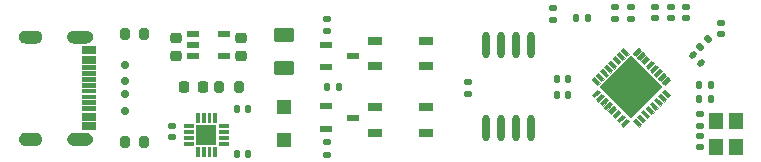
<source format=gtp>
%TF.GenerationSoftware,KiCad,Pcbnew,8.0.6*%
%TF.CreationDate,2024-11-23T01:57:25+08:00*%
%TF.ProjectId,UINIO-MCU-ESP32C3,55494e49-4f2d-44d4-9355-2d4553503332,Version 5.0.0*%
%TF.SameCoordinates,PX7367750PY5b66700*%
%TF.FileFunction,Paste,Top*%
%TF.FilePolarity,Positive*%
%FSLAX46Y46*%
G04 Gerber Fmt 4.6, Leading zero omitted, Abs format (unit mm)*
G04 Created by KiCad (PCBNEW 8.0.6) date 2024-11-23 01:57:25*
%MOMM*%
%LPD*%
G01*
G04 APERTURE LIST*
G04 Aperture macros list*
%AMRoundRect*
0 Rectangle with rounded corners*
0 $1 Rounding radius*
0 $2 $3 $4 $5 $6 $7 $8 $9 X,Y pos of 4 corners*
0 Add a 4 corners polygon primitive as box body*
4,1,4,$2,$3,$4,$5,$6,$7,$8,$9,$2,$3,0*
0 Add four circle primitives for the rounded corners*
1,1,$1+$1,$2,$3*
1,1,$1+$1,$4,$5*
1,1,$1+$1,$6,$7*
1,1,$1+$1,$8,$9*
0 Add four rect primitives between the rounded corners*
20,1,$1+$1,$2,$3,$4,$5,0*
20,1,$1+$1,$4,$5,$6,$7,0*
20,1,$1+$1,$6,$7,$8,$9,0*
20,1,$1+$1,$8,$9,$2,$3,0*%
%AMRotRect*
0 Rectangle, with rotation*
0 The origin of the aperture is its center*
0 $1 length*
0 $2 width*
0 $3 Rotation angle, in degrees counterclockwise*
0 Add horizontal line*
21,1,$1,$2,0,0,$3*%
G04 Aperture macros list end*
%ADD10C,0.120000*%
%ADD11R,1.070000X0.532000*%
%ADD12RoundRect,0.200000X-0.200000X-0.275000X0.200000X-0.275000X0.200000X0.275000X-0.200000X0.275000X0*%
%ADD13RoundRect,0.147500X0.017678X-0.226274X0.226274X-0.017678X-0.017678X0.226274X-0.226274X0.017678X0*%
%ADD14RotRect,0.650000X0.280000X225.000000*%
%ADD15RotRect,0.280000X0.650000X225.000000*%
%ADD16RotRect,3.800000X3.800000X225.000000*%
%ADD17RoundRect,0.135000X-0.185000X0.135000X-0.185000X-0.135000X0.185000X-0.135000X0.185000X0.135000X0*%
%ADD18RoundRect,0.140000X-0.219203X-0.021213X-0.021213X-0.219203X0.219203X0.021213X0.021213X0.219203X0*%
%ADD19RoundRect,0.150000X0.200000X-0.150000X0.200000X0.150000X-0.200000X0.150000X-0.200000X-0.150000X0*%
%ADD20R,1.200000X1.200000*%
%ADD21RoundRect,0.135000X0.135000X0.185000X-0.135000X0.185000X-0.135000X-0.185000X0.135000X-0.185000X0*%
%ADD22RoundRect,0.140000X0.170000X-0.140000X0.170000X0.140000X-0.170000X0.140000X-0.170000X-0.140000X0*%
%ADD23R,1.200000X0.650000*%
%ADD24RoundRect,0.140000X-0.140000X-0.170000X0.140000X-0.170000X0.140000X0.170000X-0.140000X0.170000X0*%
%ADD25R,1.200000X1.400000*%
%ADD26RoundRect,0.140000X0.140000X0.170000X-0.140000X0.170000X-0.140000X-0.170000X0.140000X-0.170000X0*%
%ADD27RoundRect,0.250000X0.625000X-0.375000X0.625000X0.375000X-0.625000X0.375000X-0.625000X-0.375000X0*%
%ADD28RoundRect,0.140000X-0.170000X0.140000X-0.170000X-0.140000X0.170000X-0.140000X0.170000X0.140000X0*%
%ADD29RoundRect,0.135000X0.185000X-0.135000X0.185000X0.135000X-0.185000X0.135000X-0.185000X-0.135000X0*%
%ADD30RoundRect,0.150000X-0.200000X0.150000X-0.200000X-0.150000X0.200000X-0.150000X0.200000X0.150000X0*%
%ADD31RoundRect,0.225000X0.250000X-0.225000X0.250000X0.225000X-0.250000X0.225000X-0.250000X-0.225000X0*%
%ADD32R,1.150000X0.600000*%
%ADD33R,1.150000X0.300000*%
%ADD34RoundRect,0.218750X-0.218750X-0.256250X0.218750X-0.256250X0.218750X0.256250X-0.218750X0.256250X0*%
%ADD35R,1.000000X0.600000*%
%ADD36R,0.750000X0.250000*%
%ADD37R,0.250000X0.750000*%
%ADD38R,1.700000X1.700000*%
%ADD39RoundRect,0.225000X-0.250000X0.225000X-0.250000X-0.225000X0.250000X-0.225000X0.250000X0.225000X0*%
%ADD40O,0.630000X2.250000*%
G04 APERTURE END LIST*
D10*
%TO.C,U3*%
X46727927Y-12291522D02*
X46529937Y-12489512D01*
X46070318Y-12029893D01*
X46268308Y-11831903D01*
X46727927Y-12291522D01*
G36*
X46727927Y-12291522D02*
G01*
X46529937Y-12489512D01*
X46070318Y-12029893D01*
X46268308Y-11831903D01*
X46727927Y-12291522D01*
G37*
X46727927Y-13058026D02*
X46268308Y-13517645D01*
X46070318Y-13319655D01*
X46529937Y-12860036D01*
X46727927Y-13058026D01*
G36*
X46727927Y-13058026D02*
G01*
X46268308Y-13517645D01*
X46070318Y-13319655D01*
X46529937Y-12860036D01*
X46727927Y-13058026D01*
G37*
X47081481Y-11937969D02*
X46883491Y-12135959D01*
X46423871Y-11676339D01*
X46621861Y-11478349D01*
X47081481Y-11937969D01*
G36*
X47081481Y-11937969D02*
G01*
X46883491Y-12135959D01*
X46423871Y-11676339D01*
X46621861Y-11478349D01*
X47081481Y-11937969D01*
G37*
X47081481Y-13411579D02*
X46621861Y-13871199D01*
X46423871Y-13673209D01*
X46883491Y-13213589D01*
X47081481Y-13411579D01*
G36*
X47081481Y-13411579D02*
G01*
X46621861Y-13871199D01*
X46423871Y-13673209D01*
X46883491Y-13213589D01*
X47081481Y-13411579D01*
G37*
X47435034Y-11584415D02*
X47237044Y-11782405D01*
X46777425Y-11322786D01*
X46975415Y-11124796D01*
X47435034Y-11584415D01*
G36*
X47435034Y-11584415D02*
G01*
X47237044Y-11782405D01*
X46777425Y-11322786D01*
X46975415Y-11124796D01*
X47435034Y-11584415D01*
G37*
X47435034Y-13765133D02*
X46975415Y-14224752D01*
X46777425Y-14026762D01*
X47237044Y-13567143D01*
X47435034Y-13765133D01*
G36*
X47435034Y-13765133D02*
G01*
X46975415Y-14224752D01*
X46777425Y-14026762D01*
X47237044Y-13567143D01*
X47435034Y-13765133D01*
G37*
X47788587Y-11230862D02*
X47590598Y-11428852D01*
X47130978Y-10969232D01*
X47328968Y-10771243D01*
X47788587Y-11230862D01*
G36*
X47788587Y-11230862D02*
G01*
X47590598Y-11428852D01*
X47130978Y-10969232D01*
X47328968Y-10771243D01*
X47788587Y-11230862D01*
G37*
X47788587Y-14118686D02*
X47328968Y-14578305D01*
X47130978Y-14380316D01*
X47590598Y-13920696D01*
X47788587Y-14118686D01*
G36*
X47788587Y-14118686D02*
G01*
X47328968Y-14578305D01*
X47130978Y-14380316D01*
X47590598Y-13920696D01*
X47788587Y-14118686D01*
G37*
X48142141Y-10877309D02*
X47944151Y-11075298D01*
X47484532Y-10615679D01*
X47682521Y-10417689D01*
X48142141Y-10877309D01*
G36*
X48142141Y-10877309D02*
G01*
X47944151Y-11075298D01*
X47484532Y-10615679D01*
X47682521Y-10417689D01*
X48142141Y-10877309D01*
G37*
X48142141Y-14472239D02*
X47682521Y-14931859D01*
X47484532Y-14733869D01*
X47944151Y-14274250D01*
X48142141Y-14472239D01*
G36*
X48142141Y-14472239D02*
G01*
X47682521Y-14931859D01*
X47484532Y-14733869D01*
X47944151Y-14274250D01*
X48142141Y-14472239D01*
G37*
X48495694Y-10523755D02*
X48297704Y-10721745D01*
X47838085Y-10262126D01*
X48036075Y-10064136D01*
X48495694Y-10523755D01*
G36*
X48495694Y-10523755D02*
G01*
X48297704Y-10721745D01*
X47838085Y-10262126D01*
X48036075Y-10064136D01*
X48495694Y-10523755D01*
G37*
X48495694Y-14825793D02*
X48036075Y-15285412D01*
X47838085Y-15087422D01*
X48297704Y-14627803D01*
X48495694Y-14825793D01*
G36*
X48495694Y-14825793D02*
G01*
X48036075Y-15285412D01*
X47838085Y-15087422D01*
X48297704Y-14627803D01*
X48495694Y-14825793D01*
G37*
X48849248Y-10170202D02*
X48651258Y-10368192D01*
X48191638Y-9908572D01*
X48389628Y-9710582D01*
X48849248Y-10170202D01*
G36*
X48849248Y-10170202D02*
G01*
X48651258Y-10368192D01*
X48191638Y-9908572D01*
X48389628Y-9710582D01*
X48849248Y-10170202D01*
G37*
X48849248Y-15179346D02*
X48389628Y-15638966D01*
X48191638Y-15440976D01*
X48651258Y-14981356D01*
X48849248Y-15179346D01*
G36*
X48849248Y-15179346D02*
G01*
X48389628Y-15638966D01*
X48191638Y-15440976D01*
X48651258Y-14981356D01*
X48849248Y-15179346D01*
G37*
X49202801Y-9816648D02*
X49004811Y-10014638D01*
X48545192Y-9555019D01*
X48743182Y-9357029D01*
X49202801Y-9816648D01*
G36*
X49202801Y-9816648D02*
G01*
X49004811Y-10014638D01*
X48545192Y-9555019D01*
X48743182Y-9357029D01*
X49202801Y-9816648D01*
G37*
X49202801Y-15532900D02*
X48743182Y-15992519D01*
X48545192Y-15794529D01*
X49004811Y-15334910D01*
X49202801Y-15532900D01*
G36*
X49202801Y-15532900D02*
G01*
X48743182Y-15992519D01*
X48545192Y-15794529D01*
X49004811Y-15334910D01*
X49202801Y-15532900D01*
G37*
X50230934Y-9555019D02*
X49771315Y-10014638D01*
X49573325Y-9816648D01*
X50032944Y-9357029D01*
X50230934Y-9555019D01*
G36*
X50230934Y-9555019D02*
G01*
X49771315Y-10014638D01*
X49573325Y-9816648D01*
X50032944Y-9357029D01*
X50230934Y-9555019D01*
G37*
X50230934Y-15794529D02*
X50032944Y-15992519D01*
X49573325Y-15532900D01*
X49771315Y-15334910D01*
X50230934Y-15794529D01*
G36*
X50230934Y-15794529D02*
G01*
X50032944Y-15992519D01*
X49573325Y-15532900D01*
X49771315Y-15334910D01*
X50230934Y-15794529D01*
G37*
X50584488Y-9908572D02*
X50124868Y-10368192D01*
X49926878Y-10170202D01*
X50386498Y-9710582D01*
X50584488Y-9908572D01*
G36*
X50584488Y-9908572D02*
G01*
X50124868Y-10368192D01*
X49926878Y-10170202D01*
X50386498Y-9710582D01*
X50584488Y-9908572D01*
G37*
X50584488Y-15440976D02*
X50386498Y-15638966D01*
X49926878Y-15179346D01*
X50124868Y-14981356D01*
X50584488Y-15440976D01*
G36*
X50584488Y-15440976D02*
G01*
X50386498Y-15638966D01*
X49926878Y-15179346D01*
X50124868Y-14981356D01*
X50584488Y-15440976D01*
G37*
X50938041Y-10262126D02*
X50478422Y-10721745D01*
X50280432Y-10523755D01*
X50740051Y-10064136D01*
X50938041Y-10262126D01*
G36*
X50938041Y-10262126D02*
G01*
X50478422Y-10721745D01*
X50280432Y-10523755D01*
X50740051Y-10064136D01*
X50938041Y-10262126D01*
G37*
X50938041Y-15087422D02*
X50740051Y-15285412D01*
X50280432Y-14825793D01*
X50478422Y-14627803D01*
X50938041Y-15087422D01*
G36*
X50938041Y-15087422D02*
G01*
X50740051Y-15285412D01*
X50280432Y-14825793D01*
X50478422Y-14627803D01*
X50938041Y-15087422D01*
G37*
X51291594Y-10615679D02*
X50831975Y-11075298D01*
X50633985Y-10877309D01*
X51093605Y-10417689D01*
X51291594Y-10615679D01*
G36*
X51291594Y-10615679D02*
G01*
X50831975Y-11075298D01*
X50633985Y-10877309D01*
X51093605Y-10417689D01*
X51291594Y-10615679D01*
G37*
X51291594Y-14733869D02*
X51093605Y-14931859D01*
X50633985Y-14472239D01*
X50831975Y-14274250D01*
X51291594Y-14733869D01*
G36*
X51291594Y-14733869D02*
G01*
X51093605Y-14931859D01*
X50633985Y-14472239D01*
X50831975Y-14274250D01*
X51291594Y-14733869D01*
G37*
X51537668Y-12674774D02*
X49388063Y-14824379D01*
X47238458Y-12674774D01*
X49388063Y-10525169D01*
X51537668Y-12674774D01*
G36*
X51537668Y-12674774D02*
G01*
X49388063Y-14824379D01*
X47238458Y-12674774D01*
X49388063Y-10525169D01*
X51537668Y-12674774D01*
G37*
X51645148Y-10969232D02*
X51185528Y-11428852D01*
X50987539Y-11230862D01*
X51447158Y-10771243D01*
X51645148Y-10969232D01*
G36*
X51645148Y-10969232D02*
G01*
X51185528Y-11428852D01*
X50987539Y-11230862D01*
X51447158Y-10771243D01*
X51645148Y-10969232D01*
G37*
X51645148Y-14380316D02*
X51447158Y-14578305D01*
X50987539Y-14118686D01*
X51185528Y-13920696D01*
X51645148Y-14380316D01*
G36*
X51645148Y-14380316D02*
G01*
X51447158Y-14578305D01*
X50987539Y-14118686D01*
X51185528Y-13920696D01*
X51645148Y-14380316D01*
G37*
X51998701Y-11322786D02*
X51539082Y-11782405D01*
X51341092Y-11584415D01*
X51800711Y-11124796D01*
X51998701Y-11322786D01*
G36*
X51998701Y-11322786D02*
G01*
X51539082Y-11782405D01*
X51341092Y-11584415D01*
X51800711Y-11124796D01*
X51998701Y-11322786D01*
G37*
X51998701Y-14026762D02*
X51800711Y-14224752D01*
X51341092Y-13765133D01*
X51539082Y-13567143D01*
X51998701Y-14026762D01*
G36*
X51998701Y-14026762D02*
G01*
X51800711Y-14224752D01*
X51341092Y-13765133D01*
X51539082Y-13567143D01*
X51998701Y-14026762D01*
G37*
X52352255Y-11676339D02*
X51892635Y-12135959D01*
X51694645Y-11937969D01*
X52154265Y-11478349D01*
X52352255Y-11676339D01*
G36*
X52352255Y-11676339D02*
G01*
X51892635Y-12135959D01*
X51694645Y-11937969D01*
X52154265Y-11478349D01*
X52352255Y-11676339D01*
G37*
X52352255Y-13673209D02*
X52154265Y-13871199D01*
X51694645Y-13411579D01*
X51892635Y-13213589D01*
X52352255Y-13673209D01*
G36*
X52352255Y-13673209D02*
G01*
X52154265Y-13871199D01*
X51694645Y-13411579D01*
X51892635Y-13213589D01*
X52352255Y-13673209D01*
G37*
X52705808Y-12029893D02*
X52246189Y-12489512D01*
X52048199Y-12291522D01*
X52507818Y-11831903D01*
X52705808Y-12029893D01*
G36*
X52705808Y-12029893D02*
G01*
X52246189Y-12489512D01*
X52048199Y-12291522D01*
X52507818Y-11831903D01*
X52705808Y-12029893D01*
G37*
X52705808Y-13319655D02*
X52507818Y-13517645D01*
X52048199Y-13058026D01*
X52246189Y-12860036D01*
X52705808Y-13319655D01*
G36*
X52705808Y-13319655D02*
G01*
X52507818Y-13517645D01*
X52048199Y-13058026D01*
X52246189Y-12860036D01*
X52705808Y-13319655D01*
G37*
%TO.C,USB1*%
X4044000Y-9800000D02*
X2894000Y-9800000D01*
X2894000Y-9200000D01*
X4044000Y-9200000D01*
X4044000Y-9800000D01*
G36*
X4044000Y-9800000D02*
G01*
X2894000Y-9800000D01*
X2894000Y-9200000D01*
X4044000Y-9200000D01*
X4044000Y-9800000D01*
G37*
X4044000Y-10600000D02*
X2894000Y-10600000D01*
X2894000Y-10000000D01*
X4044000Y-10000000D01*
X4044000Y-10600000D01*
G36*
X4044000Y-10600000D02*
G01*
X2894000Y-10600000D01*
X2894000Y-10000000D01*
X4044000Y-10000000D01*
X4044000Y-10600000D01*
G37*
X4044000Y-11100000D02*
X2894000Y-11100000D01*
X2894000Y-10800000D01*
X4044000Y-10800000D01*
X4044000Y-11100000D01*
G36*
X4044000Y-11100000D02*
G01*
X2894000Y-11100000D01*
X2894000Y-10800000D01*
X4044000Y-10800000D01*
X4044000Y-11100000D01*
G37*
X4044000Y-11600000D02*
X2894000Y-11600000D01*
X2894000Y-11300000D01*
X4044000Y-11300000D01*
X4044000Y-11600000D01*
G36*
X4044000Y-11600000D02*
G01*
X2894000Y-11600000D01*
X2894000Y-11300000D01*
X4044000Y-11300000D01*
X4044000Y-11600000D01*
G37*
X4044000Y-12100000D02*
X2894000Y-12100000D01*
X2894000Y-11800000D01*
X4044000Y-11800000D01*
X4044000Y-12100000D01*
G36*
X4044000Y-12100000D02*
G01*
X2894000Y-12100000D01*
X2894000Y-11800000D01*
X4044000Y-11800000D01*
X4044000Y-12100000D01*
G37*
X4044000Y-12600000D02*
X2894000Y-12600000D01*
X2894000Y-12300000D01*
X4044000Y-12300000D01*
X4044000Y-12600000D01*
G36*
X4044000Y-12600000D02*
G01*
X2894000Y-12600000D01*
X2894000Y-12300000D01*
X4044000Y-12300000D01*
X4044000Y-12600000D01*
G37*
X4044000Y-13100000D02*
X2894000Y-13100000D01*
X2894000Y-12800000D01*
X4044000Y-12800000D01*
X4044000Y-13100000D01*
G36*
X4044000Y-13100000D02*
G01*
X2894000Y-13100000D01*
X2894000Y-12800000D01*
X4044000Y-12800000D01*
X4044000Y-13100000D01*
G37*
X4044000Y-13600000D02*
X2894000Y-13600000D01*
X2894000Y-13300000D01*
X4044000Y-13300000D01*
X4044000Y-13600000D01*
G36*
X4044000Y-13600000D02*
G01*
X2894000Y-13600000D01*
X2894000Y-13300000D01*
X4044000Y-13300000D01*
X4044000Y-13600000D01*
G37*
X4044000Y-14100000D02*
X2894000Y-14100000D01*
X2894000Y-13800000D01*
X4044000Y-13800000D01*
X4044000Y-14100000D01*
G36*
X4044000Y-14100000D02*
G01*
X2894000Y-14100000D01*
X2894000Y-13800000D01*
X4044000Y-13800000D01*
X4044000Y-14100000D01*
G37*
X4044000Y-14600000D02*
X2894000Y-14600000D01*
X2894000Y-14300000D01*
X4044000Y-14300000D01*
X4044000Y-14600000D01*
G36*
X4044000Y-14600000D02*
G01*
X2894000Y-14600000D01*
X2894000Y-14300000D01*
X4044000Y-14300000D01*
X4044000Y-14600000D01*
G37*
X4044000Y-15400000D02*
X2894000Y-15400000D01*
X2894000Y-14800000D01*
X4044000Y-14800000D01*
X4044000Y-15400000D01*
G36*
X4044000Y-15400000D02*
G01*
X2894000Y-15400000D01*
X2894000Y-14800000D01*
X4044000Y-14800000D01*
X4044000Y-15400000D01*
G37*
X4044000Y-16200000D02*
X2894000Y-16200000D01*
X2894000Y-15600000D01*
X4044000Y-15600000D01*
X4044000Y-16200000D01*
G36*
X4044000Y-16200000D02*
G01*
X2894000Y-16200000D01*
X2894000Y-15600000D01*
X4044000Y-15600000D01*
X4044000Y-16200000D01*
G37*
X-946000Y-7885000D02*
X-852000Y-7913000D01*
X-766000Y-7959000D01*
X-690000Y-8021000D01*
X-628000Y-8097000D01*
X-581000Y-8184000D01*
X-553000Y-8277000D01*
X-543000Y-8375000D01*
X-553000Y-8473000D01*
X-581000Y-8566000D01*
X-628000Y-8653000D01*
X-690000Y-8729000D01*
X-766000Y-8791000D01*
X-852000Y-8837000D01*
X-946000Y-8865000D01*
X-1043000Y-8875000D01*
X-1943000Y-8875000D01*
X-2041000Y-8865000D01*
X-2135000Y-8837000D01*
X-2221000Y-8791000D01*
X-2297000Y-8729000D01*
X-2359000Y-8653000D01*
X-2405000Y-8566000D01*
X-2434000Y-8473000D01*
X-2443000Y-8375000D01*
X-2434000Y-8277000D01*
X-2405000Y-8184000D01*
X-2359000Y-8097000D01*
X-2297000Y-8021000D01*
X-2221000Y-7959000D01*
X-2135000Y-7913000D01*
X-2041000Y-7885000D01*
X-1943000Y-7875000D01*
X-1043000Y-7875000D01*
X-946000Y-7885000D01*
G36*
X-946000Y-7885000D02*
G01*
X-852000Y-7913000D01*
X-766000Y-7959000D01*
X-690000Y-8021000D01*
X-628000Y-8097000D01*
X-581000Y-8184000D01*
X-553000Y-8277000D01*
X-543000Y-8375000D01*
X-553000Y-8473000D01*
X-581000Y-8566000D01*
X-628000Y-8653000D01*
X-690000Y-8729000D01*
X-766000Y-8791000D01*
X-852000Y-8837000D01*
X-946000Y-8865000D01*
X-1043000Y-8875000D01*
X-1943000Y-8875000D01*
X-2041000Y-8865000D01*
X-2135000Y-8837000D01*
X-2221000Y-8791000D01*
X-2297000Y-8729000D01*
X-2359000Y-8653000D01*
X-2405000Y-8566000D01*
X-2434000Y-8473000D01*
X-2443000Y-8375000D01*
X-2434000Y-8277000D01*
X-2405000Y-8184000D01*
X-2359000Y-8097000D01*
X-2297000Y-8021000D01*
X-2221000Y-7959000D01*
X-2135000Y-7913000D01*
X-2041000Y-7885000D01*
X-1943000Y-7875000D01*
X-1043000Y-7875000D01*
X-946000Y-7885000D01*
G37*
X-946000Y-16535000D02*
X-852000Y-16563000D01*
X-766000Y-16609000D01*
X-690000Y-16671000D01*
X-628000Y-16747000D01*
X-581000Y-16834000D01*
X-553000Y-16927000D01*
X-543000Y-17025000D01*
X-553000Y-17123000D01*
X-581000Y-17216000D01*
X-628000Y-17303000D01*
X-690000Y-17379000D01*
X-766000Y-17441000D01*
X-852000Y-17487000D01*
X-946000Y-17515000D01*
X-1043000Y-17525000D01*
X-1943000Y-17525000D01*
X-2041000Y-17515000D01*
X-2135000Y-17487000D01*
X-2221000Y-17441000D01*
X-2297000Y-17379000D01*
X-2359000Y-17303000D01*
X-2405000Y-17216000D01*
X-2434000Y-17123000D01*
X-2443000Y-17025000D01*
X-2434000Y-16927000D01*
X-2405000Y-16834000D01*
X-2359000Y-16747000D01*
X-2297000Y-16671000D01*
X-2221000Y-16609000D01*
X-2135000Y-16563000D01*
X-2041000Y-16535000D01*
X-1943000Y-16525000D01*
X-1043000Y-16525000D01*
X-946000Y-16535000D01*
G36*
X-946000Y-16535000D02*
G01*
X-852000Y-16563000D01*
X-766000Y-16609000D01*
X-690000Y-16671000D01*
X-628000Y-16747000D01*
X-581000Y-16834000D01*
X-553000Y-16927000D01*
X-543000Y-17025000D01*
X-553000Y-17123000D01*
X-581000Y-17216000D01*
X-628000Y-17303000D01*
X-690000Y-17379000D01*
X-766000Y-17441000D01*
X-852000Y-17487000D01*
X-946000Y-17515000D01*
X-1043000Y-17525000D01*
X-1943000Y-17525000D01*
X-2041000Y-17515000D01*
X-2135000Y-17487000D01*
X-2221000Y-17441000D01*
X-2297000Y-17379000D01*
X-2359000Y-17303000D01*
X-2405000Y-17216000D01*
X-2434000Y-17123000D01*
X-2443000Y-17025000D01*
X-2434000Y-16927000D01*
X-2405000Y-16834000D01*
X-2359000Y-16747000D01*
X-2297000Y-16671000D01*
X-2221000Y-16609000D01*
X-2135000Y-16563000D01*
X-2041000Y-16535000D01*
X-1943000Y-16525000D01*
X-1043000Y-16525000D01*
X-946000Y-16535000D01*
G37*
X3354000Y-7885000D02*
X3448000Y-7913000D01*
X3534000Y-7959000D01*
X3610000Y-8021000D01*
X3672000Y-8097000D01*
X3719000Y-8184000D01*
X3747000Y-8277000D01*
X3757000Y-8375000D01*
X3747000Y-8473000D01*
X3719000Y-8566000D01*
X3672000Y-8653000D01*
X3610000Y-8729000D01*
X3534000Y-8791000D01*
X3448000Y-8837000D01*
X3354000Y-8865000D01*
X3257000Y-8875000D01*
X2157000Y-8875000D01*
X2059000Y-8865000D01*
X1965000Y-8837000D01*
X1879000Y-8791000D01*
X1803000Y-8729000D01*
X1741000Y-8653000D01*
X1695000Y-8566000D01*
X1666000Y-8473000D01*
X1657000Y-8375000D01*
X1666000Y-8277000D01*
X1695000Y-8184000D01*
X1741000Y-8097000D01*
X1803000Y-8021000D01*
X1879000Y-7959000D01*
X1965000Y-7913000D01*
X2059000Y-7885000D01*
X2157000Y-7875000D01*
X3257000Y-7875000D01*
X3354000Y-7885000D01*
G36*
X3354000Y-7885000D02*
G01*
X3448000Y-7913000D01*
X3534000Y-7959000D01*
X3610000Y-8021000D01*
X3672000Y-8097000D01*
X3719000Y-8184000D01*
X3747000Y-8277000D01*
X3757000Y-8375000D01*
X3747000Y-8473000D01*
X3719000Y-8566000D01*
X3672000Y-8653000D01*
X3610000Y-8729000D01*
X3534000Y-8791000D01*
X3448000Y-8837000D01*
X3354000Y-8865000D01*
X3257000Y-8875000D01*
X2157000Y-8875000D01*
X2059000Y-8865000D01*
X1965000Y-8837000D01*
X1879000Y-8791000D01*
X1803000Y-8729000D01*
X1741000Y-8653000D01*
X1695000Y-8566000D01*
X1666000Y-8473000D01*
X1657000Y-8375000D01*
X1666000Y-8277000D01*
X1695000Y-8184000D01*
X1741000Y-8097000D01*
X1803000Y-8021000D01*
X1879000Y-7959000D01*
X1965000Y-7913000D01*
X2059000Y-7885000D01*
X2157000Y-7875000D01*
X3257000Y-7875000D01*
X3354000Y-7885000D01*
G37*
X3354000Y-16535000D02*
X3448000Y-16563000D01*
X3534000Y-16609000D01*
X3610000Y-16671000D01*
X3672000Y-16747000D01*
X3719000Y-16834000D01*
X3747000Y-16927000D01*
X3757000Y-17025000D01*
X3747000Y-17123000D01*
X3719000Y-17216000D01*
X3672000Y-17303000D01*
X3610000Y-17379000D01*
X3534000Y-17441000D01*
X3448000Y-17487000D01*
X3354000Y-17515000D01*
X3257000Y-17525000D01*
X2157000Y-17525000D01*
X2059000Y-17515000D01*
X1965000Y-17487000D01*
X1879000Y-17441000D01*
X1803000Y-17379000D01*
X1741000Y-17303000D01*
X1695000Y-17216000D01*
X1666000Y-17123000D01*
X1657000Y-17025000D01*
X1666000Y-16927000D01*
X1695000Y-16834000D01*
X1741000Y-16747000D01*
X1803000Y-16671000D01*
X1879000Y-16609000D01*
X1965000Y-16563000D01*
X2059000Y-16535000D01*
X2157000Y-16525000D01*
X3257000Y-16525000D01*
X3354000Y-16535000D01*
G36*
X3354000Y-16535000D02*
G01*
X3448000Y-16563000D01*
X3534000Y-16609000D01*
X3610000Y-16671000D01*
X3672000Y-16747000D01*
X3719000Y-16834000D01*
X3747000Y-16927000D01*
X3757000Y-17025000D01*
X3747000Y-17123000D01*
X3719000Y-17216000D01*
X3672000Y-17303000D01*
X3610000Y-17379000D01*
X3534000Y-17441000D01*
X3448000Y-17487000D01*
X3354000Y-17515000D01*
X3257000Y-17525000D01*
X2157000Y-17525000D01*
X2059000Y-17515000D01*
X1965000Y-17487000D01*
X1879000Y-17441000D01*
X1803000Y-17379000D01*
X1741000Y-17303000D01*
X1695000Y-17216000D01*
X1666000Y-17123000D01*
X1657000Y-17025000D01*
X1666000Y-16927000D01*
X1695000Y-16834000D01*
X1741000Y-16747000D01*
X1803000Y-16671000D01*
X1879000Y-16609000D01*
X1965000Y-16563000D01*
X2059000Y-16535000D01*
X2157000Y-16525000D01*
X3257000Y-16525000D01*
X3354000Y-16535000D01*
G37*
%TO.C,U4*%
X12330000Y-16054000D02*
X11580000Y-16054000D01*
X11580000Y-15804000D01*
X12330000Y-15804000D01*
X12330000Y-16054000D01*
G36*
X12330000Y-16054000D02*
G01*
X11580000Y-16054000D01*
X11580000Y-15804000D01*
X12330000Y-15804000D01*
X12330000Y-16054000D01*
G37*
X12330000Y-16554000D02*
X11580000Y-16554000D01*
X11580000Y-16304000D01*
X12330000Y-16304000D01*
X12330000Y-16554000D01*
G36*
X12330000Y-16554000D02*
G01*
X11580000Y-16554000D01*
X11580000Y-16304000D01*
X12330000Y-16304000D01*
X12330000Y-16554000D01*
G37*
X12330000Y-17054000D02*
X11580000Y-17054000D01*
X11580000Y-16804000D01*
X12330000Y-16804000D01*
X12330000Y-17054000D01*
G36*
X12330000Y-17054000D02*
G01*
X11580000Y-17054000D01*
X11580000Y-16804000D01*
X12330000Y-16804000D01*
X12330000Y-17054000D01*
G37*
X12330000Y-17554000D02*
X11580000Y-17554000D01*
X11580000Y-17304000D01*
X12330000Y-17304000D01*
X12330000Y-17554000D01*
G36*
X12330000Y-17554000D02*
G01*
X11580000Y-17554000D01*
X11580000Y-17304000D01*
X12330000Y-17304000D01*
X12330000Y-17554000D01*
G37*
X14085000Y-17360000D02*
X12725000Y-17360000D01*
X12725000Y-16000000D01*
X14085000Y-16000000D01*
X14085000Y-17360000D01*
G36*
X14085000Y-17360000D02*
G01*
X12725000Y-17360000D01*
X12725000Y-16000000D01*
X14085000Y-16000000D01*
X14085000Y-17360000D01*
G37*
X12780000Y-15605000D02*
X12530000Y-15605000D01*
X12530000Y-14855000D01*
X12780000Y-14855000D01*
X12780000Y-15605000D01*
G36*
X12780000Y-15605000D02*
G01*
X12530000Y-15605000D01*
X12530000Y-14855000D01*
X12780000Y-14855000D01*
X12780000Y-15605000D01*
G37*
X12780000Y-18505000D02*
X12530000Y-18505000D01*
X12530000Y-17755000D01*
X12780000Y-17755000D01*
X12780000Y-18505000D01*
G36*
X12780000Y-18505000D02*
G01*
X12530000Y-18505000D01*
X12530000Y-17755000D01*
X12780000Y-17755000D01*
X12780000Y-18505000D01*
G37*
X13280000Y-15605000D02*
X13030000Y-15605000D01*
X13030000Y-14855000D01*
X13280000Y-14855000D01*
X13280000Y-15605000D01*
G36*
X13280000Y-15605000D02*
G01*
X13030000Y-15605000D01*
X13030000Y-14855000D01*
X13280000Y-14855000D01*
X13280000Y-15605000D01*
G37*
X13280000Y-18505000D02*
X13030000Y-18505000D01*
X13030000Y-17755000D01*
X13280000Y-17755000D01*
X13280000Y-18505000D01*
G36*
X13280000Y-18505000D02*
G01*
X13030000Y-18505000D01*
X13030000Y-17755000D01*
X13280000Y-17755000D01*
X13280000Y-18505000D01*
G37*
X13780000Y-15605000D02*
X13530000Y-15605000D01*
X13530000Y-14855000D01*
X13780000Y-14855000D01*
X13780000Y-15605000D01*
G36*
X13780000Y-15605000D02*
G01*
X13530000Y-15605000D01*
X13530000Y-14855000D01*
X13780000Y-14855000D01*
X13780000Y-15605000D01*
G37*
X13780000Y-18505000D02*
X13530000Y-18505000D01*
X13530000Y-17755000D01*
X13780000Y-17755000D01*
X13780000Y-18505000D01*
G36*
X13780000Y-18505000D02*
G01*
X13530000Y-18505000D01*
X13530000Y-17755000D01*
X13780000Y-17755000D01*
X13780000Y-18505000D01*
G37*
X14280000Y-15605000D02*
X14030000Y-15605000D01*
X14030000Y-14855000D01*
X14280000Y-14855000D01*
X14280000Y-15605000D01*
G36*
X14280000Y-15605000D02*
G01*
X14030000Y-15605000D01*
X14030000Y-14855000D01*
X14280000Y-14855000D01*
X14280000Y-15605000D01*
G37*
X14280000Y-18505000D02*
X14030000Y-18505000D01*
X14030000Y-17755000D01*
X14280000Y-17755000D01*
X14280000Y-18505000D01*
G36*
X14280000Y-18505000D02*
G01*
X14030000Y-18505000D01*
X14030000Y-17755000D01*
X14280000Y-17755000D01*
X14280000Y-18505000D01*
G37*
X15230000Y-16054000D02*
X14480000Y-16054000D01*
X14480000Y-15804000D01*
X15230000Y-15804000D01*
X15230000Y-16054000D01*
G36*
X15230000Y-16054000D02*
G01*
X14480000Y-16054000D01*
X14480000Y-15804000D01*
X15230000Y-15804000D01*
X15230000Y-16054000D01*
G37*
X15230000Y-16553000D02*
X14480000Y-16553000D01*
X14480000Y-16303000D01*
X15230000Y-16303000D01*
X15230000Y-16553000D01*
G36*
X15230000Y-16553000D02*
G01*
X14480000Y-16553000D01*
X14480000Y-16303000D01*
X15230000Y-16303000D01*
X15230000Y-16553000D01*
G37*
X15230000Y-17054000D02*
X14480000Y-17054000D01*
X14480000Y-16804000D01*
X15230000Y-16804000D01*
X15230000Y-17054000D01*
G36*
X15230000Y-17054000D02*
G01*
X14480000Y-17054000D01*
X14480000Y-16804000D01*
X15230000Y-16804000D01*
X15230000Y-17054000D01*
G37*
X15230000Y-17553000D02*
X14480000Y-17553000D01*
X14480000Y-17303000D01*
X15230000Y-17303000D01*
X15230000Y-17553000D01*
G36*
X15230000Y-17553000D02*
G01*
X14480000Y-17553000D01*
X14480000Y-17303000D01*
X15230000Y-17303000D01*
X15230000Y-17553000D01*
G37*
%TD*%
D11*
%TO.C,VT2*%
X23585000Y-9058500D03*
X23585000Y-10958500D03*
X25855000Y-10008500D03*
%TD*%
D12*
%TO.C,R1*%
X14505000Y-12660000D03*
X16155000Y-12660000D03*
%TD*%
D13*
%TO.C,L1*%
X55250000Y-9280000D03*
X55935894Y-8594106D03*
%TD*%
D14*
%TO.C,U3*%
X52377710Y-12160000D03*
X52024157Y-11806447D03*
X51670604Y-11452893D03*
X51317050Y-11099340D03*
X50963497Y-10745787D03*
X50609944Y-10392233D03*
X50256390Y-10038680D03*
X49902837Y-9685127D03*
D15*
X48873289Y-9685127D03*
X48519736Y-10038680D03*
X48166182Y-10392233D03*
X47812629Y-10745787D03*
X47459076Y-11099340D03*
X47105522Y-11452893D03*
X46751969Y-11806447D03*
X46398416Y-12160000D03*
D14*
X46398416Y-13189548D03*
X46751969Y-13543101D03*
X47105522Y-13896655D03*
X47459076Y-14250208D03*
X47812629Y-14603761D03*
X48166182Y-14957315D03*
X48519736Y-15310868D03*
X48873289Y-15664421D03*
D15*
X49902837Y-15664421D03*
X50256390Y-15310868D03*
X50609944Y-14957315D03*
X50963497Y-14603761D03*
X51317050Y-14250208D03*
X51670604Y-13896655D03*
X52024157Y-13543101D03*
X52377710Y-13189548D03*
D16*
X49388063Y-12674774D03*
%TD*%
D17*
%TO.C,R6*%
X23660000Y-17336000D03*
X23660000Y-18356000D03*
%TD*%
D18*
%TO.C,C6*%
X54613604Y-9916396D03*
X55292426Y-10595218D03*
%TD*%
D19*
%TO.C,D3*%
X6580000Y-10750000D03*
X6580000Y-12150000D03*
%TD*%
D20*
%TO.C,D4*%
X19990000Y-14325000D03*
X19990000Y-17125000D03*
%TD*%
D21*
%TO.C,R7*%
X24630000Y-12623500D03*
X23610000Y-12623500D03*
%TD*%
D22*
%TO.C,C8*%
X57020000Y-8150000D03*
X57020000Y-7190000D03*
%TD*%
D23*
%TO.C,SW2*%
X32040000Y-10860000D03*
X27740000Y-10860000D03*
X32040000Y-8710000D03*
X27740000Y-8710000D03*
%TD*%
D22*
%TO.C,C11*%
X10485000Y-16890000D03*
X10485000Y-15930000D03*
%TD*%
D24*
%TO.C,C16*%
X16035000Y-18350000D03*
X16995000Y-18350000D03*
%TD*%
D17*
%TO.C,R2*%
X48030000Y-5840000D03*
X48030000Y-6860000D03*
%TD*%
D25*
%TO.C,Y1*%
X56590000Y-15500000D03*
X56590000Y-17700000D03*
X58290000Y-17700000D03*
X58290000Y-15500000D03*
%TD*%
D22*
%TO.C,C4*%
X54080000Y-6830000D03*
X54080000Y-5870000D03*
%TD*%
D24*
%TO.C,C14*%
X44750000Y-6800000D03*
X45710000Y-6800000D03*
%TD*%
D22*
%TO.C,C5*%
X52755000Y-6830000D03*
X52755000Y-5870000D03*
%TD*%
D26*
%TO.C,C18*%
X44060000Y-11980000D03*
X43100000Y-11980000D03*
%TD*%
D27*
%TO.C,F1*%
X19990000Y-11040000D03*
X19990000Y-8240000D03*
%TD*%
D11*
%TO.C,VT1*%
X23605000Y-14283500D03*
X23605000Y-16183500D03*
X25875000Y-15233500D03*
%TD*%
D24*
%TO.C,C12*%
X55160000Y-13680000D03*
X56120000Y-13680000D03*
%TD*%
D28*
%TO.C,C15*%
X55190000Y-14960000D03*
X55190000Y-15920000D03*
%TD*%
D29*
%TO.C,R5*%
X23660000Y-7906000D03*
X23660000Y-6886000D03*
%TD*%
D30*
%TO.C,D2*%
X6580000Y-14650000D03*
X6580000Y-13250000D03*
%TD*%
D24*
%TO.C,C10*%
X55160000Y-12460000D03*
X56120000Y-12460000D03*
%TD*%
D31*
%TO.C,C3*%
X16345000Y-10015000D03*
X16345000Y-8465000D03*
%TD*%
D12*
%TO.C,R8*%
X6535000Y-17280000D03*
X8185000Y-17280000D03*
%TD*%
%TO.C,R3*%
X6535000Y-8120000D03*
X8185000Y-8120000D03*
%TD*%
D32*
%TO.C,USB1*%
X3469000Y-9500000D03*
X3469000Y-10300000D03*
D33*
X3469000Y-11450000D03*
X3469000Y-12450000D03*
X3469000Y-12950000D03*
X3469000Y-13950000D03*
D32*
X3469000Y-15900000D03*
X3469000Y-15100000D03*
D33*
X3469000Y-14450000D03*
X3469000Y-13450000D03*
X3469000Y-11950000D03*
X3469000Y-10950000D03*
%TD*%
D34*
%TO.C,D1*%
X11560000Y-12675000D03*
X13135000Y-12675000D03*
%TD*%
D35*
%TO.C,U1*%
X12290000Y-8115000D03*
X12290000Y-9065000D03*
X12290000Y-10015000D03*
X14890000Y-10015000D03*
X14890000Y-8115000D03*
%TD*%
D22*
%TO.C,C9*%
X49360000Y-6850000D03*
X49360000Y-5890000D03*
%TD*%
D36*
%TO.C,U4*%
X14855000Y-17428000D03*
X14855000Y-16929000D03*
X14855000Y-16428000D03*
X14855000Y-15929000D03*
D37*
X14155000Y-15230000D03*
X13655000Y-15230000D03*
X13155000Y-15230000D03*
X12655000Y-15230000D03*
D36*
X11955000Y-15930000D03*
X11955000Y-16430000D03*
X11955000Y-16930000D03*
X11955000Y-17429000D03*
D37*
X12655000Y-18130000D03*
X13155000Y-18130000D03*
X13655000Y-18130000D03*
X14155000Y-18130000D03*
D38*
X13405000Y-16680000D03*
%TD*%
D39*
%TO.C,C2*%
X10835000Y-8465000D03*
X10835000Y-10015000D03*
%TD*%
D29*
%TO.C,R4*%
X42790000Y-7000000D03*
X42790000Y-5980000D03*
%TD*%
D22*
%TO.C,C17*%
X55190000Y-17740000D03*
X55190000Y-16780000D03*
%TD*%
D26*
%TO.C,C19*%
X44060000Y-13330000D03*
X43100000Y-13330000D03*
%TD*%
D22*
%TO.C,C7*%
X51430000Y-6830000D03*
X51430000Y-5870000D03*
%TD*%
D40*
%TO.C,U2*%
X37100000Y-16150000D03*
X38370000Y-16150000D03*
X39640000Y-16150000D03*
X40910000Y-16150000D03*
X40910000Y-9090000D03*
X39640000Y-9090000D03*
X38370000Y-9090000D03*
X37100000Y-9090000D03*
%TD*%
D28*
%TO.C,C1*%
X35610000Y-12237000D03*
X35610000Y-13197000D03*
%TD*%
D26*
%TO.C,C13*%
X16995000Y-14520000D03*
X16035000Y-14520000D03*
%TD*%
D23*
%TO.C,SW1*%
X32040000Y-16516000D03*
X27740000Y-16516000D03*
X32040000Y-14366000D03*
X27740000Y-14366000D03*
%TD*%
M02*

</source>
